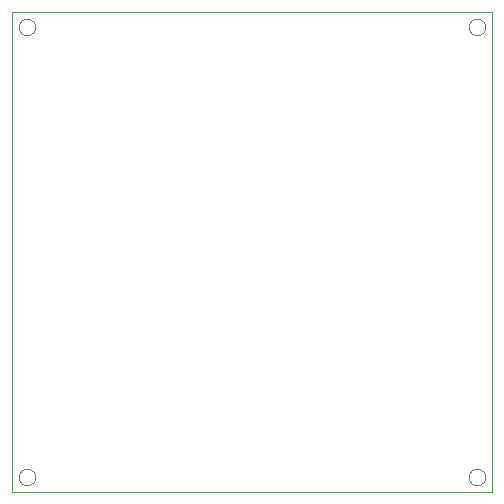
<source format=gbp>
G75*
G70*
%OFA0B0*%
%FSLAX24Y24*%
%IPPOS*%
%LPD*%
%AMOC8*
5,1,8,0,0,1.08239X$1,22.5*
%
%ADD10C,0.0000*%
D10*
X000417Y000150D02*
X000417Y016150D01*
X016417Y016150D01*
X016417Y000150D01*
X000417Y000150D01*
X000641Y000650D02*
X000643Y000683D01*
X000649Y000715D01*
X000658Y000746D01*
X000671Y000776D01*
X000688Y000804D01*
X000708Y000830D01*
X000731Y000854D01*
X000756Y000874D01*
X000784Y000892D01*
X000813Y000906D01*
X000844Y000916D01*
X000876Y000923D01*
X000909Y000926D01*
X000942Y000925D01*
X000974Y000920D01*
X001005Y000911D01*
X001036Y000899D01*
X001064Y000883D01*
X001091Y000864D01*
X001115Y000842D01*
X001136Y000817D01*
X001155Y000790D01*
X001170Y000761D01*
X001181Y000731D01*
X001189Y000699D01*
X001193Y000666D01*
X001193Y000634D01*
X001189Y000601D01*
X001181Y000569D01*
X001170Y000539D01*
X001155Y000510D01*
X001136Y000483D01*
X001115Y000458D01*
X001091Y000436D01*
X001064Y000417D01*
X001036Y000401D01*
X001005Y000389D01*
X000974Y000380D01*
X000942Y000375D01*
X000909Y000374D01*
X000876Y000377D01*
X000844Y000384D01*
X000813Y000394D01*
X000784Y000408D01*
X000756Y000426D01*
X000731Y000446D01*
X000708Y000470D01*
X000688Y000496D01*
X000671Y000524D01*
X000658Y000554D01*
X000649Y000585D01*
X000643Y000617D01*
X000641Y000650D01*
X015641Y000650D02*
X015643Y000683D01*
X015649Y000715D01*
X015658Y000746D01*
X015671Y000776D01*
X015688Y000804D01*
X015708Y000830D01*
X015731Y000854D01*
X015756Y000874D01*
X015784Y000892D01*
X015813Y000906D01*
X015844Y000916D01*
X015876Y000923D01*
X015909Y000926D01*
X015942Y000925D01*
X015974Y000920D01*
X016005Y000911D01*
X016036Y000899D01*
X016064Y000883D01*
X016091Y000864D01*
X016115Y000842D01*
X016136Y000817D01*
X016155Y000790D01*
X016170Y000761D01*
X016181Y000731D01*
X016189Y000699D01*
X016193Y000666D01*
X016193Y000634D01*
X016189Y000601D01*
X016181Y000569D01*
X016170Y000539D01*
X016155Y000510D01*
X016136Y000483D01*
X016115Y000458D01*
X016091Y000436D01*
X016064Y000417D01*
X016036Y000401D01*
X016005Y000389D01*
X015974Y000380D01*
X015942Y000375D01*
X015909Y000374D01*
X015876Y000377D01*
X015844Y000384D01*
X015813Y000394D01*
X015784Y000408D01*
X015756Y000426D01*
X015731Y000446D01*
X015708Y000470D01*
X015688Y000496D01*
X015671Y000524D01*
X015658Y000554D01*
X015649Y000585D01*
X015643Y000617D01*
X015641Y000650D01*
X015641Y015650D02*
X015643Y015683D01*
X015649Y015715D01*
X015658Y015746D01*
X015671Y015776D01*
X015688Y015804D01*
X015708Y015830D01*
X015731Y015854D01*
X015756Y015874D01*
X015784Y015892D01*
X015813Y015906D01*
X015844Y015916D01*
X015876Y015923D01*
X015909Y015926D01*
X015942Y015925D01*
X015974Y015920D01*
X016005Y015911D01*
X016036Y015899D01*
X016064Y015883D01*
X016091Y015864D01*
X016115Y015842D01*
X016136Y015817D01*
X016155Y015790D01*
X016170Y015761D01*
X016181Y015731D01*
X016189Y015699D01*
X016193Y015666D01*
X016193Y015634D01*
X016189Y015601D01*
X016181Y015569D01*
X016170Y015539D01*
X016155Y015510D01*
X016136Y015483D01*
X016115Y015458D01*
X016091Y015436D01*
X016064Y015417D01*
X016036Y015401D01*
X016005Y015389D01*
X015974Y015380D01*
X015942Y015375D01*
X015909Y015374D01*
X015876Y015377D01*
X015844Y015384D01*
X015813Y015394D01*
X015784Y015408D01*
X015756Y015426D01*
X015731Y015446D01*
X015708Y015470D01*
X015688Y015496D01*
X015671Y015524D01*
X015658Y015554D01*
X015649Y015585D01*
X015643Y015617D01*
X015641Y015650D01*
X000641Y015650D02*
X000643Y015683D01*
X000649Y015715D01*
X000658Y015746D01*
X000671Y015776D01*
X000688Y015804D01*
X000708Y015830D01*
X000731Y015854D01*
X000756Y015874D01*
X000784Y015892D01*
X000813Y015906D01*
X000844Y015916D01*
X000876Y015923D01*
X000909Y015926D01*
X000942Y015925D01*
X000974Y015920D01*
X001005Y015911D01*
X001036Y015899D01*
X001064Y015883D01*
X001091Y015864D01*
X001115Y015842D01*
X001136Y015817D01*
X001155Y015790D01*
X001170Y015761D01*
X001181Y015731D01*
X001189Y015699D01*
X001193Y015666D01*
X001193Y015634D01*
X001189Y015601D01*
X001181Y015569D01*
X001170Y015539D01*
X001155Y015510D01*
X001136Y015483D01*
X001115Y015458D01*
X001091Y015436D01*
X001064Y015417D01*
X001036Y015401D01*
X001005Y015389D01*
X000974Y015380D01*
X000942Y015375D01*
X000909Y015374D01*
X000876Y015377D01*
X000844Y015384D01*
X000813Y015394D01*
X000784Y015408D01*
X000756Y015426D01*
X000731Y015446D01*
X000708Y015470D01*
X000688Y015496D01*
X000671Y015524D01*
X000658Y015554D01*
X000649Y015585D01*
X000643Y015617D01*
X000641Y015650D01*
M02*

</source>
